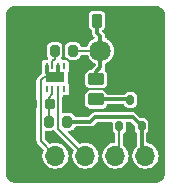
<source format=gbr>
%TF.GenerationSoftware,KiCad,Pcbnew,(5.99.0-10558-ge4ac0fb5a1)*%
%TF.CreationDate,2021-10-01T15:24:51+01:00*%
%TF.ProjectId,vsop-breakout,76736f70-2d62-4726-9561-6b6f75742e6b,rev?*%
%TF.SameCoordinates,Original*%
%TF.FileFunction,Copper,L1,Top*%
%TF.FilePolarity,Positive*%
%FSLAX46Y46*%
G04 Gerber Fmt 4.6, Leading zero omitted, Abs format (unit mm)*
G04 Created by KiCad (PCBNEW (5.99.0-10558-ge4ac0fb5a1)) date 2021-10-01 15:24:51*
%MOMM*%
%LPD*%
G01*
G04 APERTURE LIST*
G04 Aperture macros list*
%AMRoundRect*
0 Rectangle with rounded corners*
0 $1 Rounding radius*
0 $2 $3 $4 $5 $6 $7 $8 $9 X,Y pos of 4 corners*
0 Add a 4 corners polygon primitive as box body*
4,1,4,$2,$3,$4,$5,$6,$7,$8,$9,$2,$3,0*
0 Add four circle primitives for the rounded corners*
1,1,$1+$1,$2,$3*
1,1,$1+$1,$4,$5*
1,1,$1+$1,$6,$7*
1,1,$1+$1,$8,$9*
0 Add four rect primitives between the rounded corners*
20,1,$1+$1,$2,$3,$4,$5,0*
20,1,$1+$1,$4,$5,$6,$7,0*
20,1,$1+$1,$6,$7,$8,$9,0*
20,1,$1+$1,$8,$9,$2,$3,0*%
G04 Aperture macros list end*
%TA.AperFunction,SMDPad,CuDef*%
%ADD10RoundRect,0.225000X0.225000X0.375000X-0.225000X0.375000X-0.225000X-0.375000X0.225000X-0.375000X0*%
%TD*%
%TA.AperFunction,SMDPad,CuDef*%
%ADD11RoundRect,0.249984X-0.439516X0.292516X-0.439516X-0.292516X0.439516X-0.292516X0.439516X0.292516X0*%
%TD*%
%TA.AperFunction,ComponentPad*%
%ADD12C,1.800000*%
%TD*%
%TA.AperFunction,ComponentPad*%
%ADD13RoundRect,0.250200X0.649800X0.649800X-0.649800X0.649800X-0.649800X-0.649800X0.649800X-0.649800X0*%
%TD*%
%TA.AperFunction,ComponentPad*%
%ADD14RoundRect,0.249900X0.600100X-0.600100X0.600100X0.600100X-0.600100X0.600100X-0.600100X-0.600100X0*%
%TD*%
%TA.AperFunction,ComponentPad*%
%ADD15O,1.700000X1.700000*%
%TD*%
%TA.AperFunction,SMDPad,CuDef*%
%ADD16R,0.270000X0.615000*%
%TD*%
%TA.AperFunction,SMDPad,CuDef*%
%ADD17R,1.600000X0.900000*%
%TD*%
%TA.AperFunction,SMDPad,CuDef*%
%ADD18RoundRect,0.205004X0.205496X0.284496X-0.205496X0.284496X-0.205496X-0.284496X0.205496X-0.284496X0*%
%TD*%
%TA.AperFunction,SMDPad,CuDef*%
%ADD19RoundRect,0.205004X-0.205496X-0.284496X0.205496X-0.284496X0.205496X0.284496X-0.205496X0.284496X0*%
%TD*%
%TA.AperFunction,SMDPad,CuDef*%
%ADD20RoundRect,0.152006X0.152494X-0.260994X0.152494X0.260994X-0.152494X0.260994X-0.152494X-0.260994X0*%
%TD*%
%TA.AperFunction,SMDPad,CuDef*%
%ADD21RoundRect,0.205000X0.205000X0.259500X-0.205000X0.259500X-0.205000X-0.259500X0.205000X-0.259500X0*%
%TD*%
%TA.AperFunction,Conductor*%
%ADD22C,0.150000*%
%TD*%
%TA.AperFunction,Conductor*%
%ADD23C,0.300000*%
%TD*%
%TA.AperFunction,Conductor*%
%ADD24C,0.200000*%
%TD*%
G04 APERTURE END LIST*
D10*
%TO.P,D1,2,A*%
%TO.N,Net-(D1-Pad2)*%
X164820000Y-123190000D03*
%TO.P,D1,1,K*%
%TO.N,GND*%
X167920000Y-123190000D03*
%TD*%
D11*
%TO.P,R2,2*%
%TO.N,Net-(Q1-Pad3)*%
X164750000Y-129865000D03*
%TO.P,R2,1*%
%TO.N,Net-(D1-Pad2)*%
X164750000Y-128135000D03*
%TD*%
D12*
%TO.P,D2,2,A*%
%TO.N,Net-(D1-Pad2)*%
X165100000Y-125730000D03*
D13*
%TO.P,D2,1,K*%
%TO.N,GND*%
X167640000Y-125730000D03*
%TD*%
D14*
%TO.P,J1,1,Pin_1*%
%TO.N,GND*%
X158755000Y-134620000D03*
D15*
%TO.P,J1,2,Pin_2*%
%TO.N,~EN*%
X161295000Y-134620000D03*
%TO.P,J1,3,Pin_3*%
%TO.N,/IR_RX*%
X163835000Y-134620000D03*
%TO.P,J1,4,Pin_4*%
%TO.N,/IR_TX*%
X166375000Y-134620000D03*
%TO.P,J1,5,Pin_5*%
%TO.N,VCC*%
X168915000Y-134620000D03*
%TD*%
D16*
%TO.P,U1,1*%
%TO.N,N/C*%
X160540000Y-128957000D03*
%TO.P,U1,2,Vs*%
%TO.N,Net-(C1-Pad1)*%
X161040000Y-128957000D03*
%TO.P,U1,3,OUT*%
%TO.N,/IR_RX*%
X161540000Y-128957000D03*
%TO.P,U1,4*%
%TO.N,N/C*%
X162040000Y-128957000D03*
%TO.P,U1,5*%
X162040000Y-127043000D03*
%TO.P,U1,6,~EN*%
%TO.N,~EN*%
X161540000Y-127043000D03*
%TO.P,U1,7,IN*%
%TO.N,Net-(R3-Pad2)*%
X161040000Y-127043000D03*
%TO.P,U1,8,~EN*%
%TO.N,~EN*%
X160540000Y-127043000D03*
D17*
%TO.P,U1,9,~EN*%
X161290000Y-128000000D03*
%TD*%
D18*
%TO.P,R3,2*%
%TO.N,Net-(R3-Pad2)*%
X161225000Y-125750000D03*
%TO.P,R3,1*%
%TO.N,Net-(D1-Pad2)*%
X162775000Y-125750000D03*
%TD*%
D19*
%TO.P,R1,1*%
%TO.N,Net-(C1-Pad1)*%
X160765000Y-131750000D03*
%TO.P,R1,2*%
%TO.N,VCC*%
X162315000Y-131750000D03*
%TD*%
D20*
%TO.P,Q1,3,D*%
%TO.N,Net-(Q1-Pad3)*%
X167640000Y-129887000D03*
%TO.P,Q1,2,S*%
%TO.N,VCC*%
X168590000Y-132113000D03*
%TO.P,Q1,1,G*%
%TO.N,/IR_TX*%
X166690000Y-132113000D03*
%TD*%
D21*
%TO.P,C1,2*%
%TO.N,GND*%
X159285000Y-130250000D03*
%TO.P,C1,1*%
%TO.N,Net-(C1-Pad1)*%
X160795000Y-130250000D03*
%TD*%
D22*
%TO.N,GND*%
X163750000Y-127900212D02*
X162249788Y-126400000D01*
X163750000Y-129000000D02*
X163750000Y-127900212D01*
X165750000Y-129000000D02*
X163750000Y-129000000D01*
X162249788Y-126400000D02*
X162100000Y-126400000D01*
D23*
%TO.N,VCC*%
X164250000Y-131750000D02*
X162315000Y-131750000D01*
X164649520Y-131350480D02*
X164250000Y-131750000D01*
X167827480Y-131350480D02*
X164649520Y-131350480D01*
X168590000Y-132113000D02*
X167827480Y-131350480D01*
%TO.N,Net-(D1-Pad2)*%
X165100000Y-124520000D02*
X165100000Y-125730000D01*
X164820000Y-124240000D02*
X165100000Y-124520000D01*
X164820000Y-123190000D02*
X164820000Y-124240000D01*
X164750000Y-127500000D02*
X165100000Y-127150000D01*
X164750000Y-128135000D02*
X164750000Y-127500000D01*
X165100000Y-127150000D02*
X165100000Y-125730000D01*
D24*
%TO.N,Net-(R3-Pad2)*%
X161040000Y-126645989D02*
X161040000Y-127043000D01*
X161250000Y-126435989D02*
X161040000Y-126645989D01*
X161250000Y-125775000D02*
X161250000Y-126435989D01*
X161225000Y-125750000D02*
X161250000Y-125775000D01*
%TO.N,Net-(C1-Pad1)*%
X161040000Y-129438620D02*
X161040000Y-128957000D01*
X160750000Y-129728620D02*
X161040000Y-129438620D01*
X160750000Y-130205000D02*
X160750000Y-129728620D01*
X160795000Y-130250000D02*
X160750000Y-130205000D01*
D23*
%TO.N,Net-(Q1-Pad3)*%
X167618000Y-129865000D02*
X167640000Y-129887000D01*
X164750000Y-129865000D02*
X167618000Y-129865000D01*
D24*
%TO.N,Net-(D1-Pad2)*%
X162795000Y-125730000D02*
X162775000Y-125750000D01*
X165100000Y-125730000D02*
X162795000Y-125730000D01*
%TO.N,~EN*%
X160290000Y-128000000D02*
X160040000Y-128250000D01*
X161290000Y-128000000D02*
X160290000Y-128000000D01*
X160040000Y-133365000D02*
X161295000Y-134620000D01*
X160040000Y-128250000D02*
X160040000Y-133365000D01*
%TO.N,/IR_RX*%
X161540000Y-132325000D02*
X161965000Y-132750000D01*
X161540000Y-128957000D02*
X161540000Y-132325000D01*
X161540000Y-132325000D02*
X163835000Y-134620000D01*
%TO.N,Net-(C1-Pad1)*%
X160765000Y-130280000D02*
X160795000Y-130250000D01*
X160765000Y-131750000D02*
X160765000Y-130280000D01*
%TO.N,/IR_TX*%
X166690000Y-132113000D02*
X166690000Y-134305000D01*
X166690000Y-134305000D02*
X166375000Y-134620000D01*
D23*
%TO.N,VCC*%
X168590000Y-132113000D02*
X168590000Y-134295000D01*
X168590000Y-134295000D02*
X168915000Y-134620000D01*
%TO.N,~EN*%
X160889500Y-128000000D02*
X161290000Y-128000000D01*
X160540000Y-127650500D02*
X160889500Y-128000000D01*
X160540000Y-127043000D02*
X160540000Y-127650500D01*
X161540000Y-127750000D02*
X161290000Y-128000000D01*
X161540000Y-127043000D02*
X161540000Y-127750000D01*
%TD*%
%TA.AperFunction,Conductor*%
%TO.N,GND*%
G36*
X169759131Y-121918394D02*
G01*
X169767729Y-121920321D01*
X169794118Y-121920957D01*
X169847281Y-121922238D01*
X169854599Y-121922686D01*
X169880450Y-121925232D01*
X169890061Y-121926657D01*
X170003922Y-121949305D01*
X170013349Y-121951667D01*
X170026534Y-121955667D01*
X170035678Y-121958939D01*
X170142921Y-122003360D01*
X170151699Y-122007511D01*
X170157895Y-122010822D01*
X170163859Y-122014010D01*
X170172182Y-122018998D01*
X170265146Y-122081114D01*
X170268714Y-122083498D01*
X170276498Y-122089271D01*
X170287184Y-122098041D01*
X170294365Y-122104549D01*
X170376446Y-122186630D01*
X170382967Y-122193826D01*
X170391717Y-122204487D01*
X170397502Y-122212286D01*
X170461996Y-122308809D01*
X170466988Y-122317138D01*
X170473484Y-122329290D01*
X170477635Y-122338065D01*
X170497637Y-122386356D01*
X170522061Y-122445322D01*
X170525333Y-122454466D01*
X170529333Y-122467651D01*
X170531695Y-122477078D01*
X170554343Y-122590939D01*
X170555768Y-122600550D01*
X170558314Y-122626401D01*
X170558762Y-122633719D01*
X170559726Y-122673718D01*
X170560679Y-122713271D01*
X170562606Y-122721869D01*
X170565000Y-122743509D01*
X170565000Y-136082491D01*
X170562606Y-136104131D01*
X170560679Y-136112729D01*
X170560562Y-136117596D01*
X170558762Y-136192281D01*
X170558314Y-136199599D01*
X170555768Y-136225450D01*
X170554343Y-136235061D01*
X170531695Y-136348922D01*
X170529333Y-136358349D01*
X170525333Y-136371534D01*
X170522061Y-136380678D01*
X170477635Y-136487935D01*
X170473484Y-136496710D01*
X170466988Y-136508862D01*
X170461997Y-136517189D01*
X170417282Y-136584112D01*
X170397508Y-136613706D01*
X170391717Y-136621513D01*
X170382967Y-136632174D01*
X170376446Y-136639370D01*
X170294365Y-136721451D01*
X170287184Y-136727959D01*
X170276498Y-136736729D01*
X170268716Y-136742501D01*
X170172182Y-136807002D01*
X170163862Y-136811988D01*
X170157895Y-136815178D01*
X170151699Y-136818489D01*
X170142921Y-136822640D01*
X170035678Y-136867061D01*
X170026534Y-136870333D01*
X170013349Y-136874333D01*
X170003922Y-136876695D01*
X169890061Y-136899343D01*
X169880450Y-136900768D01*
X169854599Y-136903314D01*
X169847281Y-136903762D01*
X169794118Y-136905043D01*
X169767729Y-136905679D01*
X169759131Y-136907606D01*
X169737491Y-136910000D01*
X157922509Y-136910000D01*
X157900869Y-136907606D01*
X157892271Y-136905679D01*
X157865882Y-136905043D01*
X157812719Y-136903762D01*
X157805401Y-136903314D01*
X157779550Y-136900768D01*
X157769939Y-136899343D01*
X157656078Y-136876695D01*
X157646651Y-136874333D01*
X157633466Y-136870333D01*
X157624322Y-136867061D01*
X157594124Y-136854553D01*
X157517065Y-136822635D01*
X157508297Y-136818487D01*
X157496138Y-136811988D01*
X157487809Y-136806996D01*
X157391286Y-136742502D01*
X157383487Y-136736717D01*
X157372826Y-136727967D01*
X157365630Y-136721446D01*
X157283549Y-136639365D01*
X157277041Y-136632184D01*
X157268271Y-136621498D01*
X157262498Y-136613714D01*
X157242719Y-136584112D01*
X157197998Y-136517182D01*
X157193006Y-136508852D01*
X157186511Y-136496699D01*
X157182360Y-136487921D01*
X157137939Y-136380678D01*
X157134667Y-136371534D01*
X157130667Y-136358349D01*
X157128305Y-136348922D01*
X157105657Y-136235061D01*
X157104232Y-136225450D01*
X157101686Y-136199599D01*
X157101238Y-136192281D01*
X157099438Y-136117596D01*
X157099321Y-136112729D01*
X157097394Y-136104131D01*
X157095000Y-136082491D01*
X157095000Y-133348254D01*
X159684895Y-133348254D01*
X159685856Y-133356374D01*
X159685856Y-133356377D01*
X159688814Y-133381365D01*
X159689140Y-133386889D01*
X159689164Y-133386887D01*
X159689500Y-133390954D01*
X159689500Y-133395039D01*
X159690170Y-133399065D01*
X159690171Y-133399076D01*
X159692344Y-133412130D01*
X159693001Y-133416742D01*
X159698616Y-133464182D01*
X159701969Y-133471164D01*
X159702395Y-133472513D01*
X159703667Y-133480153D01*
X159707552Y-133487353D01*
X159726352Y-133522197D01*
X159728468Y-133526351D01*
X159737557Y-133545277D01*
X159749148Y-133569414D01*
X159751340Y-133572022D01*
X159752851Y-133573533D01*
X159754306Y-133575120D01*
X159754189Y-133575227D01*
X159756192Y-133577499D01*
X159759100Y-133582888D01*
X159765111Y-133588444D01*
X159765112Y-133588446D01*
X159798746Y-133619537D01*
X159801548Y-133622230D01*
X160260636Y-134081318D01*
X160288413Y-134135835D01*
X160282456Y-134188328D01*
X160272120Y-134213976D01*
X160235025Y-134306021D01*
X160234124Y-134310634D01*
X160234123Y-134310638D01*
X160213616Y-134415650D01*
X160194776Y-134512122D01*
X160194226Y-134722116D01*
X160195104Y-134726738D01*
X160195104Y-134726743D01*
X160220363Y-134859782D01*
X160233395Y-134928425D01*
X160310870Y-135123605D01*
X160313410Y-135127584D01*
X160421316Y-135296639D01*
X160421320Y-135296644D01*
X160423854Y-135300614D01*
X160568272Y-135453064D01*
X160572102Y-135455811D01*
X160572103Y-135455812D01*
X160666270Y-135523354D01*
X160738911Y-135575456D01*
X160743192Y-135577429D01*
X160743191Y-135577429D01*
X160855229Y-135629079D01*
X160929616Y-135663372D01*
X160934183Y-135664498D01*
X160934186Y-135664499D01*
X161031561Y-135688507D01*
X161133505Y-135713641D01*
X161217927Y-135717991D01*
X161338516Y-135724206D01*
X161338521Y-135724206D01*
X161343221Y-135724448D01*
X161347882Y-135723797D01*
X161347885Y-135723797D01*
X161546530Y-135696056D01*
X161546533Y-135696055D01*
X161551197Y-135695404D01*
X161555661Y-135693880D01*
X161745469Y-135629079D01*
X161745472Y-135629078D01*
X161749929Y-135627556D01*
X161932246Y-135523354D01*
X162091569Y-135386556D01*
X162222150Y-135222098D01*
X162319277Y-135035916D01*
X162379446Y-134834726D01*
X162400485Y-134625788D01*
X162400500Y-134620000D01*
X162380555Y-134410955D01*
X162321441Y-134209453D01*
X162283526Y-134135835D01*
X162227447Y-134026952D01*
X162225290Y-134022764D01*
X162095572Y-133857626D01*
X162092016Y-133854540D01*
X162092012Y-133854536D01*
X161940527Y-133723084D01*
X161940526Y-133723083D01*
X161936967Y-133719995D01*
X161755198Y-133614839D01*
X161690647Y-133592423D01*
X161561270Y-133547495D01*
X161561264Y-133547494D01*
X161556825Y-133545952D01*
X161349003Y-133515820D01*
X161224289Y-133521592D01*
X161143942Y-133525311D01*
X161143941Y-133525311D01*
X161139234Y-133525529D01*
X160935084Y-133574729D01*
X160930794Y-133576680D01*
X160930790Y-133576681D01*
X160867157Y-133605613D01*
X160806359Y-133612486D01*
X160756177Y-133585495D01*
X160419496Y-133248814D01*
X160391719Y-133194297D01*
X160390500Y-133178810D01*
X160390500Y-132586892D01*
X160409407Y-132528701D01*
X160458907Y-132492737D01*
X160500751Y-132488533D01*
X160502425Y-132488725D01*
X160507928Y-132490000D01*
X161003754Y-132490000D01*
X161042014Y-132484248D01*
X161098582Y-132475744D01*
X161098584Y-132475743D01*
X161105903Y-132474643D01*
X161112575Y-132471439D01*
X161119648Y-132469263D01*
X161120101Y-132470735D01*
X161172330Y-132463719D01*
X161226177Y-132492772D01*
X161243790Y-132518256D01*
X161246451Y-132523799D01*
X161246454Y-132523803D01*
X161249148Y-132529414D01*
X161251340Y-132532022D01*
X161252851Y-132533533D01*
X161254306Y-132535120D01*
X161254189Y-132535227D01*
X161256192Y-132537499D01*
X161259100Y-132542888D01*
X161265111Y-132548444D01*
X161265112Y-132548446D01*
X161298746Y-132579537D01*
X161301548Y-132582230D01*
X162800636Y-134081318D01*
X162828413Y-134135835D01*
X162822456Y-134188328D01*
X162812120Y-134213976D01*
X162775025Y-134306021D01*
X162774124Y-134310634D01*
X162774123Y-134310638D01*
X162753616Y-134415650D01*
X162734776Y-134512122D01*
X162734226Y-134722116D01*
X162735104Y-134726738D01*
X162735104Y-134726743D01*
X162760363Y-134859782D01*
X162773395Y-134928425D01*
X162850870Y-135123605D01*
X162853410Y-135127584D01*
X162961316Y-135296639D01*
X162961320Y-135296644D01*
X162963854Y-135300614D01*
X163108272Y-135453064D01*
X163112102Y-135455811D01*
X163112103Y-135455812D01*
X163206270Y-135523354D01*
X163278911Y-135575456D01*
X163283192Y-135577429D01*
X163283191Y-135577429D01*
X163395229Y-135629079D01*
X163469616Y-135663372D01*
X163474183Y-135664498D01*
X163474186Y-135664499D01*
X163571561Y-135688507D01*
X163673505Y-135713641D01*
X163757927Y-135717991D01*
X163878516Y-135724206D01*
X163878521Y-135724206D01*
X163883221Y-135724448D01*
X163887882Y-135723797D01*
X163887885Y-135723797D01*
X164086530Y-135696056D01*
X164086533Y-135696055D01*
X164091197Y-135695404D01*
X164095661Y-135693880D01*
X164285469Y-135629079D01*
X164285472Y-135629078D01*
X164289929Y-135627556D01*
X164472246Y-135523354D01*
X164631569Y-135386556D01*
X164762150Y-135222098D01*
X164859277Y-135035916D01*
X164919446Y-134834726D01*
X164940485Y-134625788D01*
X164940500Y-134620000D01*
X164920555Y-134410955D01*
X164861441Y-134209453D01*
X164823526Y-134135835D01*
X164767447Y-134026952D01*
X164765290Y-134022764D01*
X164635572Y-133857626D01*
X164632016Y-133854540D01*
X164632012Y-133854536D01*
X164480527Y-133723084D01*
X164480526Y-133723083D01*
X164476967Y-133719995D01*
X164295198Y-133614839D01*
X164230647Y-133592423D01*
X164101270Y-133547495D01*
X164101264Y-133547494D01*
X164096825Y-133545952D01*
X163889003Y-133515820D01*
X163764289Y-133521592D01*
X163683942Y-133525311D01*
X163683941Y-133525311D01*
X163679234Y-133525529D01*
X163475084Y-133574729D01*
X163470794Y-133576680D01*
X163470790Y-133576681D01*
X163407157Y-133605613D01*
X163346359Y-133612486D01*
X163296177Y-133585495D01*
X162369686Y-132659004D01*
X162341909Y-132604487D01*
X162351480Y-132544055D01*
X162394745Y-132500790D01*
X162439690Y-132490000D01*
X162553754Y-132490000D01*
X162592014Y-132484248D01*
X162648582Y-132475744D01*
X162648584Y-132475743D01*
X162655903Y-132474643D01*
X162662574Y-132471440D01*
X162662576Y-132471439D01*
X162772670Y-132418572D01*
X162779338Y-132415370D01*
X162879887Y-132322423D01*
X162948662Y-132204019D01*
X162950497Y-132205085D01*
X162982896Y-132165915D01*
X163035948Y-132150500D01*
X164186521Y-132150500D01*
X164186551Y-132150502D01*
X164186566Y-132150507D01*
X164313434Y-132150507D01*
X164336375Y-132143053D01*
X164351476Y-132139428D01*
X164358199Y-132138363D01*
X164375306Y-132135653D01*
X164396796Y-132124703D01*
X164411145Y-132118759D01*
X164434093Y-132111303D01*
X164453610Y-132097123D01*
X164466849Y-132089009D01*
X164488347Y-132078056D01*
X164578056Y-131988347D01*
X164578063Y-131988332D01*
X164578084Y-131988308D01*
X164786416Y-131779976D01*
X164840933Y-131752199D01*
X164856420Y-131750980D01*
X166036000Y-131750980D01*
X166094191Y-131769887D01*
X166130155Y-131819387D01*
X166135000Y-131849980D01*
X166135000Y-132405562D01*
X166135609Y-132409406D01*
X166135609Y-132409408D01*
X166148287Y-132489450D01*
X166149945Y-132499920D01*
X166153481Y-132506859D01*
X166153481Y-132506860D01*
X166190512Y-132579537D01*
X166207827Y-132613520D01*
X166297980Y-132703673D01*
X166300249Y-132704829D01*
X166334654Y-132752182D01*
X166339500Y-132782776D01*
X166339500Y-133425439D01*
X166320593Y-133483630D01*
X166271093Y-133519594D01*
X166245077Y-133524333D01*
X166240177Y-133524560D01*
X166223942Y-133525311D01*
X166223941Y-133525311D01*
X166219234Y-133525529D01*
X166015084Y-133574729D01*
X165823922Y-133661646D01*
X165652644Y-133783142D01*
X165507430Y-133934834D01*
X165393520Y-134111249D01*
X165315025Y-134306021D01*
X165314124Y-134310634D01*
X165314123Y-134310638D01*
X165293616Y-134415650D01*
X165274776Y-134512122D01*
X165274226Y-134722116D01*
X165275104Y-134726738D01*
X165275104Y-134726743D01*
X165300363Y-134859782D01*
X165313395Y-134928425D01*
X165390870Y-135123605D01*
X165393410Y-135127584D01*
X165501316Y-135296639D01*
X165501320Y-135296644D01*
X165503854Y-135300614D01*
X165648272Y-135453064D01*
X165652102Y-135455811D01*
X165652103Y-135455812D01*
X165746270Y-135523354D01*
X165818911Y-135575456D01*
X165823192Y-135577429D01*
X165823191Y-135577429D01*
X165935229Y-135629079D01*
X166009616Y-135663372D01*
X166014183Y-135664498D01*
X166014186Y-135664499D01*
X166111561Y-135688507D01*
X166213505Y-135713641D01*
X166297927Y-135717991D01*
X166418516Y-135724206D01*
X166418521Y-135724206D01*
X166423221Y-135724448D01*
X166427882Y-135723797D01*
X166427885Y-135723797D01*
X166626530Y-135696056D01*
X166626533Y-135696055D01*
X166631197Y-135695404D01*
X166635661Y-135693880D01*
X166825469Y-135629079D01*
X166825472Y-135629078D01*
X166829929Y-135627556D01*
X167012246Y-135523354D01*
X167171569Y-135386556D01*
X167302150Y-135222098D01*
X167399277Y-135035916D01*
X167459446Y-134834726D01*
X167480485Y-134625788D01*
X167480500Y-134620000D01*
X167460555Y-134410955D01*
X167401441Y-134209453D01*
X167363526Y-134135835D01*
X167307447Y-134026952D01*
X167305290Y-134022764D01*
X167175572Y-133857626D01*
X167074615Y-133770019D01*
X167043057Y-133717601D01*
X167040500Y-133695247D01*
X167040500Y-132782776D01*
X167059407Y-132724585D01*
X167078554Y-132705439D01*
X167082020Y-132703673D01*
X167172173Y-132613520D01*
X167189489Y-132579537D01*
X167226519Y-132506860D01*
X167226519Y-132506859D01*
X167230055Y-132499920D01*
X167231714Y-132489450D01*
X167244391Y-132409408D01*
X167244391Y-132409406D01*
X167245000Y-132405562D01*
X167245000Y-131849980D01*
X167263907Y-131791789D01*
X167313407Y-131755825D01*
X167344000Y-131750980D01*
X167620580Y-131750980D01*
X167678771Y-131769887D01*
X167690584Y-131779976D01*
X168006004Y-132095396D01*
X168033781Y-132149913D01*
X168035000Y-132165400D01*
X168035000Y-132405562D01*
X168035609Y-132409406D01*
X168035609Y-132409408D01*
X168048287Y-132489450D01*
X168049945Y-132499920D01*
X168053481Y-132506859D01*
X168053481Y-132506860D01*
X168090512Y-132579537D01*
X168107827Y-132613520D01*
X168160504Y-132666197D01*
X168188281Y-132720714D01*
X168189500Y-132736201D01*
X168189500Y-133746678D01*
X168170593Y-133804869D01*
X168162014Y-133815138D01*
X168047430Y-133934834D01*
X167933520Y-134111249D01*
X167855025Y-134306021D01*
X167854124Y-134310634D01*
X167854123Y-134310638D01*
X167833616Y-134415650D01*
X167814776Y-134512122D01*
X167814226Y-134722116D01*
X167815104Y-134726738D01*
X167815104Y-134726743D01*
X167840363Y-134859782D01*
X167853395Y-134928425D01*
X167930870Y-135123605D01*
X167933410Y-135127584D01*
X168041316Y-135296639D01*
X168041320Y-135296644D01*
X168043854Y-135300614D01*
X168188272Y-135453064D01*
X168192102Y-135455811D01*
X168192103Y-135455812D01*
X168286270Y-135523354D01*
X168358911Y-135575456D01*
X168363192Y-135577429D01*
X168363191Y-135577429D01*
X168475229Y-135629079D01*
X168549616Y-135663372D01*
X168554183Y-135664498D01*
X168554186Y-135664499D01*
X168651561Y-135688507D01*
X168753505Y-135713641D01*
X168837927Y-135717991D01*
X168958516Y-135724206D01*
X168958521Y-135724206D01*
X168963221Y-135724448D01*
X168967882Y-135723797D01*
X168967885Y-135723797D01*
X169166530Y-135696056D01*
X169166533Y-135696055D01*
X169171197Y-135695404D01*
X169175661Y-135693880D01*
X169365469Y-135629079D01*
X169365472Y-135629078D01*
X169369929Y-135627556D01*
X169552246Y-135523354D01*
X169711569Y-135386556D01*
X169842150Y-135222098D01*
X169939277Y-135035916D01*
X169999446Y-134834726D01*
X170020485Y-134625788D01*
X170020500Y-134620000D01*
X170000555Y-134410955D01*
X169941441Y-134209453D01*
X169903526Y-134135835D01*
X169847447Y-134026952D01*
X169845290Y-134022764D01*
X169715572Y-133857626D01*
X169712016Y-133854540D01*
X169712012Y-133854536D01*
X169560527Y-133723084D01*
X169560526Y-133723083D01*
X169556967Y-133719995D01*
X169375198Y-133614839D01*
X169310647Y-133592423D01*
X169181270Y-133547495D01*
X169181264Y-133547494D01*
X169176825Y-133545952D01*
X169172171Y-133545277D01*
X169172170Y-133545277D01*
X169075294Y-133531231D01*
X169020419Y-133504169D01*
X168991930Y-133450021D01*
X168990500Y-133433255D01*
X168990500Y-132736201D01*
X169009407Y-132678010D01*
X169019496Y-132666197D01*
X169072173Y-132613520D01*
X169089489Y-132579537D01*
X169126519Y-132506860D01*
X169126519Y-132506859D01*
X169130055Y-132499920D01*
X169131714Y-132489450D01*
X169144391Y-132409408D01*
X169144391Y-132409406D01*
X169145000Y-132405562D01*
X169145000Y-131820438D01*
X169144391Y-131816592D01*
X169131274Y-131733775D01*
X169131274Y-131733774D01*
X169130055Y-131726080D01*
X169072173Y-131612480D01*
X168982020Y-131522327D01*
X168975083Y-131518792D01*
X168975081Y-131518791D01*
X168875360Y-131467981D01*
X168875359Y-131467981D01*
X168868420Y-131464445D01*
X168860726Y-131463226D01*
X168860725Y-131463226D01*
X168777908Y-131450109D01*
X168777906Y-131450109D01*
X168774062Y-131449500D01*
X168533900Y-131449500D01*
X168475709Y-131430593D01*
X168463896Y-131420504D01*
X168155564Y-131112172D01*
X168155543Y-131112148D01*
X168155536Y-131112133D01*
X168065827Y-131022424D01*
X168044329Y-131011471D01*
X168031088Y-131003356D01*
X168017878Y-130993758D01*
X168011573Y-130989177D01*
X167988625Y-130981721D01*
X167974274Y-130975776D01*
X167952786Y-130964827D01*
X167935679Y-130962117D01*
X167928956Y-130961052D01*
X167913857Y-130957427D01*
X167898322Y-130952380D01*
X167898323Y-130952380D01*
X167890914Y-130949973D01*
X167764046Y-130949973D01*
X167764031Y-130949978D01*
X167764001Y-130949980D01*
X164713005Y-130949980D01*
X164712971Y-130949977D01*
X164712954Y-130949972D01*
X164586086Y-130949972D01*
X164578679Y-130952379D01*
X164578677Y-130952379D01*
X164563137Y-130957428D01*
X164548034Y-130961054D01*
X164543505Y-130961772D01*
X164524214Y-130964827D01*
X164517276Y-130968362D01*
X164502721Y-130975778D01*
X164488372Y-130981721D01*
X164465427Y-130989177D01*
X164445912Y-131003356D01*
X164432671Y-131011471D01*
X164411173Y-131022424D01*
X164321464Y-131112133D01*
X164321457Y-131112148D01*
X164321436Y-131112172D01*
X164113104Y-131320504D01*
X164058587Y-131348281D01*
X164043100Y-131349500D01*
X163032244Y-131349500D01*
X162974053Y-131330593D01*
X162943000Y-131293355D01*
X162904572Y-131213330D01*
X162901370Y-131206662D01*
X162808423Y-131106113D01*
X162802027Y-131102398D01*
X162802026Y-131102397D01*
X162696420Y-131041056D01*
X162690019Y-131037338D01*
X162610427Y-131018890D01*
X162577574Y-131011275D01*
X162577572Y-131011275D01*
X162572072Y-131010000D01*
X162076246Y-131010000D01*
X162004217Y-131020829D01*
X161943864Y-131010783D01*
X161900940Y-130967180D01*
X161890500Y-130922929D01*
X161890500Y-129619000D01*
X161909407Y-129560809D01*
X161958907Y-129524845D01*
X161989500Y-129520000D01*
X162175000Y-129520000D01*
X162272776Y-129500551D01*
X162314934Y-129472382D01*
X162347556Y-129450585D01*
X162355666Y-129445166D01*
X162411051Y-129362276D01*
X162430500Y-129264500D01*
X162430500Y-128649500D01*
X162411051Y-128551724D01*
X162362184Y-128478589D01*
X162345500Y-128423588D01*
X162345500Y-127576412D01*
X162362184Y-127521411D01*
X162372758Y-127505586D01*
X162411051Y-127448276D01*
X162430500Y-127350500D01*
X162430500Y-126735500D01*
X162411051Y-126637724D01*
X162405634Y-126629617D01*
X162403373Y-126624158D01*
X162398572Y-126563161D01*
X162430542Y-126510992D01*
X162487070Y-126487577D01*
X162506715Y-126489048D01*
X162506825Y-126488084D01*
X162512426Y-126488725D01*
X162517928Y-126490000D01*
X163013754Y-126490000D01*
X163056318Y-126483601D01*
X163108582Y-126475744D01*
X163108584Y-126475743D01*
X163115903Y-126474643D01*
X163122574Y-126471440D01*
X163122576Y-126471439D01*
X163232670Y-126418572D01*
X163239338Y-126415370D01*
X163339887Y-126322423D01*
X163343604Y-126316025D01*
X163404944Y-126210420D01*
X163408662Y-126204019D01*
X163410333Y-126196809D01*
X163410334Y-126196807D01*
X163419526Y-126157147D01*
X163451084Y-126104728D01*
X163507425Y-126080869D01*
X163515969Y-126080500D01*
X163931170Y-126080500D01*
X163989361Y-126099407D01*
X164021076Y-126138052D01*
X164099308Y-126307750D01*
X164221351Y-126480437D01*
X164372820Y-126627992D01*
X164376595Y-126630514D01*
X164376597Y-126630516D01*
X164449717Y-126679373D01*
X164548643Y-126745473D01*
X164552810Y-126747263D01*
X164552815Y-126747266D01*
X164639580Y-126784543D01*
X164685581Y-126824885D01*
X164699500Y-126875503D01*
X164699500Y-126943100D01*
X164680593Y-127001291D01*
X164670504Y-127013104D01*
X164511692Y-127171916D01*
X164511668Y-127171937D01*
X164511653Y-127171944D01*
X164421944Y-127261653D01*
X164410991Y-127283151D01*
X164402871Y-127296399D01*
X164399382Y-127301200D01*
X164349878Y-127337158D01*
X164319296Y-127342000D01*
X164275571Y-127342000D01*
X164272080Y-127342500D01*
X164272079Y-127342500D01*
X164250140Y-127345642D01*
X164168611Y-127357318D01*
X164162188Y-127360238D01*
X164162189Y-127360238D01*
X164100367Y-127388347D01*
X164038144Y-127416638D01*
X163929570Y-127510191D01*
X163851617Y-127630458D01*
X163810552Y-127767769D01*
X163810000Y-127775197D01*
X163810000Y-128462429D01*
X163825318Y-128569389D01*
X163884638Y-128699856D01*
X163978191Y-128808430D01*
X164098458Y-128886383D01*
X164105216Y-128888404D01*
X164105218Y-128888405D01*
X164154349Y-128903098D01*
X164204683Y-128937886D01*
X164224956Y-128995615D01*
X164207424Y-129054235D01*
X164166959Y-129088069D01*
X164110770Y-129113617D01*
X164038144Y-129146638D01*
X163929570Y-129240191D01*
X163851617Y-129360458D01*
X163849596Y-129367216D01*
X163849595Y-129367218D01*
X163836667Y-129410446D01*
X163810552Y-129497769D01*
X163810000Y-129505197D01*
X163810000Y-130192429D01*
X163825318Y-130299389D01*
X163884638Y-130429856D01*
X163978191Y-130538430D01*
X164098458Y-130616383D01*
X164105216Y-130618404D01*
X164105218Y-130618405D01*
X164176631Y-130639762D01*
X164235769Y-130657448D01*
X164241115Y-130657845D01*
X164241119Y-130657846D01*
X164241253Y-130657856D01*
X164243197Y-130658000D01*
X165224429Y-130658000D01*
X165227920Y-130657500D01*
X165227921Y-130657500D01*
X165260082Y-130652894D01*
X165331389Y-130642682D01*
X165461856Y-130583362D01*
X165570430Y-130489809D01*
X165648383Y-130369542D01*
X165658374Y-130336134D01*
X165693161Y-130285801D01*
X165753223Y-130265500D01*
X167034987Y-130265500D01*
X167093178Y-130284407D01*
X167123197Y-130319555D01*
X167151684Y-130375463D01*
X167157827Y-130387520D01*
X167247980Y-130477673D01*
X167254917Y-130481208D01*
X167254919Y-130481209D01*
X167354640Y-130532019D01*
X167361580Y-130535555D01*
X167369274Y-130536774D01*
X167369275Y-130536774D01*
X167452092Y-130549891D01*
X167452094Y-130549891D01*
X167455938Y-130550500D01*
X167824062Y-130550500D01*
X167827906Y-130549891D01*
X167827908Y-130549891D01*
X167910725Y-130536774D01*
X167910726Y-130536774D01*
X167918420Y-130535555D01*
X167925360Y-130532019D01*
X168025081Y-130481209D01*
X168025083Y-130481208D01*
X168032020Y-130477673D01*
X168122173Y-130387520D01*
X168128317Y-130375463D01*
X168176519Y-130280860D01*
X168176519Y-130280859D01*
X168180055Y-130273920D01*
X168195000Y-130179562D01*
X168195000Y-129594438D01*
X168189127Y-129557357D01*
X168181274Y-129507775D01*
X168181274Y-129507774D01*
X168180055Y-129500080D01*
X168161926Y-129464500D01*
X168125709Y-129393419D01*
X168125708Y-129393417D01*
X168122173Y-129386480D01*
X168032020Y-129296327D01*
X168025083Y-129292792D01*
X168025081Y-129292791D01*
X167925360Y-129241981D01*
X167925359Y-129241981D01*
X167918420Y-129238445D01*
X167910726Y-129237226D01*
X167910725Y-129237226D01*
X167827908Y-129224109D01*
X167827906Y-129224109D01*
X167824062Y-129223500D01*
X167455938Y-129223500D01*
X167452094Y-129224109D01*
X167452092Y-129224109D01*
X167369275Y-129237226D01*
X167369274Y-129237226D01*
X167361580Y-129238445D01*
X167354641Y-129241981D01*
X167354640Y-129241981D01*
X167254919Y-129292791D01*
X167254917Y-129292792D01*
X167247980Y-129296327D01*
X167157827Y-129386480D01*
X167154292Y-129393418D01*
X167154289Y-129393422D01*
X167145615Y-129410446D01*
X167102350Y-129453710D01*
X167057406Y-129464500D01*
X165753830Y-129464500D01*
X165695639Y-129445593D01*
X165663708Y-129406476D01*
X165657772Y-129393419D01*
X165615362Y-129300144D01*
X165521809Y-129191570D01*
X165401542Y-129113617D01*
X165394784Y-129111596D01*
X165394782Y-129111595D01*
X165345651Y-129096902D01*
X165295317Y-129062114D01*
X165275044Y-129004385D01*
X165292576Y-128945765D01*
X165333041Y-128911931D01*
X165455432Y-128856283D01*
X165455433Y-128856282D01*
X165461856Y-128853362D01*
X165570430Y-128759809D01*
X165648383Y-128639542D01*
X165689448Y-128502231D01*
X165690000Y-128494803D01*
X165690000Y-127807571D01*
X165674682Y-127700611D01*
X165615362Y-127570144D01*
X165521809Y-127461570D01*
X165501336Y-127448300D01*
X165462789Y-127400784D01*
X165459534Y-127339685D01*
X165461636Y-127334200D01*
X165461303Y-127334092D01*
X165468759Y-127311147D01*
X165474702Y-127296799D01*
X165482118Y-127282244D01*
X165485653Y-127275306D01*
X165489426Y-127251486D01*
X165493052Y-127236383D01*
X165498101Y-127220843D01*
X165498101Y-127220841D01*
X165500508Y-127213434D01*
X165500508Y-127086566D01*
X165500503Y-127086549D01*
X165500500Y-127086515D01*
X165500500Y-126880131D01*
X165519407Y-126821940D01*
X165562210Y-126790410D01*
X165561541Y-126788906D01*
X165565684Y-126787062D01*
X165569984Y-126785602D01*
X165754482Y-126682278D01*
X165917062Y-126547062D01*
X166052278Y-126384482D01*
X166149758Y-126210420D01*
X166153384Y-126203945D01*
X166153385Y-126203943D01*
X166155602Y-126199984D01*
X166196161Y-126080500D01*
X166222113Y-126004048D01*
X166222114Y-126004045D01*
X166223573Y-125999746D01*
X166253916Y-125790474D01*
X166255500Y-125730000D01*
X166236151Y-125519427D01*
X166178752Y-125315906D01*
X166176743Y-125311832D01*
X166087237Y-125130330D01*
X166087235Y-125130326D01*
X166085226Y-125126253D01*
X165958704Y-124956820D01*
X165803424Y-124813280D01*
X165771056Y-124792857D01*
X165628423Y-124702863D01*
X165624586Y-124700442D01*
X165562815Y-124675798D01*
X165515773Y-124636674D01*
X165500500Y-124583846D01*
X165500500Y-124583485D01*
X165500503Y-124583451D01*
X165500508Y-124583434D01*
X165500508Y-124456566D01*
X165496298Y-124443608D01*
X165493052Y-124433617D01*
X165489426Y-124418514D01*
X165486871Y-124402386D01*
X165485653Y-124394694D01*
X165474702Y-124373201D01*
X165468759Y-124358853D01*
X165463709Y-124343313D01*
X165461303Y-124335907D01*
X165447123Y-124316390D01*
X165439009Y-124303151D01*
X165428056Y-124281653D01*
X165338347Y-124191944D01*
X165338332Y-124191937D01*
X165338308Y-124191916D01*
X165275745Y-124129353D01*
X165247968Y-124074836D01*
X165257539Y-124014404D01*
X165292408Y-123975948D01*
X165297462Y-123972716D01*
X165303879Y-123969798D01*
X165407087Y-123880869D01*
X165481187Y-123766547D01*
X165520222Y-123636022D01*
X165520500Y-123632281D01*
X165520500Y-122780088D01*
X165506186Y-122680140D01*
X165449798Y-122556121D01*
X165360869Y-122452913D01*
X165246547Y-122378813D01*
X165116022Y-122339778D01*
X165112281Y-122339500D01*
X164560088Y-122339500D01*
X164556597Y-122340000D01*
X164556596Y-122340000D01*
X164526772Y-122344271D01*
X164460140Y-122353814D01*
X164453717Y-122356734D01*
X164453718Y-122356734D01*
X164388568Y-122386356D01*
X164336121Y-122410202D01*
X164232913Y-122499131D01*
X164158813Y-122613453D01*
X164119778Y-122743978D01*
X164119500Y-122747719D01*
X164119500Y-123599912D01*
X164133814Y-123699860D01*
X164190202Y-123823879D01*
X164279131Y-123927087D01*
X164285051Y-123930924D01*
X164374347Y-123988803D01*
X164412893Y-124036319D01*
X164419500Y-124071878D01*
X164419500Y-124176521D01*
X164419498Y-124176551D01*
X164419493Y-124176566D01*
X164419493Y-124303434D01*
X164421900Y-124310842D01*
X164426947Y-124326377D01*
X164430572Y-124341476D01*
X164434347Y-124365306D01*
X164437886Y-124372251D01*
X164445296Y-124386794D01*
X164451241Y-124401145D01*
X164458697Y-124424093D01*
X164463278Y-124430398D01*
X164472876Y-124443608D01*
X164480991Y-124456849D01*
X164491944Y-124478347D01*
X164574057Y-124560460D01*
X164601834Y-124614977D01*
X164592263Y-124675409D01*
X164554672Y-124715544D01*
X164420814Y-124795181D01*
X164417399Y-124798176D01*
X164417396Y-124798178D01*
X164402935Y-124810860D01*
X164261830Y-124934606D01*
X164130916Y-125100670D01*
X164128803Y-125104685D01*
X164128803Y-125104686D01*
X164075151Y-125206662D01*
X164032457Y-125287809D01*
X164031111Y-125292144D01*
X164025611Y-125309856D01*
X163990299Y-125359823D01*
X163931064Y-125379500D01*
X163506650Y-125379500D01*
X163448459Y-125360593D01*
X163417406Y-125323355D01*
X163364572Y-125213330D01*
X163361370Y-125206662D01*
X163268423Y-125106113D01*
X163262027Y-125102398D01*
X163262026Y-125102397D01*
X163156420Y-125041056D01*
X163150019Y-125037338D01*
X163080771Y-125021288D01*
X163037574Y-125011275D01*
X163037572Y-125011275D01*
X163032072Y-125010000D01*
X162536246Y-125010000D01*
X162499436Y-125015534D01*
X162441418Y-125024256D01*
X162441416Y-125024257D01*
X162434097Y-125025357D01*
X162427426Y-125028560D01*
X162427424Y-125028561D01*
X162401404Y-125041056D01*
X162310662Y-125084630D01*
X162210113Y-125177577D01*
X162141338Y-125295981D01*
X162114000Y-125413928D01*
X162114000Y-126067754D01*
X162114550Y-126071411D01*
X162124569Y-126138052D01*
X162129357Y-126169903D01*
X162132560Y-126176574D01*
X162132561Y-126176576D01*
X162145704Y-126203945D01*
X162188630Y-126293338D01*
X162205376Y-126311454D01*
X162207544Y-126313799D01*
X162233160Y-126369364D01*
X162221223Y-126429373D01*
X162176293Y-126470906D01*
X162134846Y-126480000D01*
X161905000Y-126480000D01*
X161900236Y-126480948D01*
X161900232Y-126480948D01*
X161882628Y-126484450D01*
X161821867Y-126477260D01*
X161776936Y-126435728D01*
X161764998Y-126375719D01*
X161785696Y-126326298D01*
X161789887Y-126322423D01*
X161858662Y-126204019D01*
X161886000Y-126086072D01*
X161886000Y-125432246D01*
X161870643Y-125330097D01*
X161861873Y-125311832D01*
X161814572Y-125213330D01*
X161811370Y-125206662D01*
X161718423Y-125106113D01*
X161712027Y-125102398D01*
X161712026Y-125102397D01*
X161606420Y-125041056D01*
X161600019Y-125037338D01*
X161530771Y-125021288D01*
X161487574Y-125011275D01*
X161487572Y-125011275D01*
X161482072Y-125010000D01*
X160986246Y-125010000D01*
X160949436Y-125015534D01*
X160891418Y-125024256D01*
X160891416Y-125024257D01*
X160884097Y-125025357D01*
X160877426Y-125028560D01*
X160877424Y-125028561D01*
X160851404Y-125041056D01*
X160760662Y-125084630D01*
X160660113Y-125177577D01*
X160591338Y-125295981D01*
X160564000Y-125413928D01*
X160564000Y-126067754D01*
X160564550Y-126071411D01*
X160574569Y-126138052D01*
X160579357Y-126169903D01*
X160582560Y-126176574D01*
X160582561Y-126176576D01*
X160595704Y-126203945D01*
X160638630Y-126293338D01*
X160655376Y-126311454D01*
X160657544Y-126313799D01*
X160683160Y-126369364D01*
X160671223Y-126429373D01*
X160626293Y-126470906D01*
X160584846Y-126480000D01*
X160405000Y-126480000D01*
X160307224Y-126499449D01*
X160224334Y-126554834D01*
X160168949Y-126637724D01*
X160149500Y-126735500D01*
X160149500Y-126940505D01*
X160148281Y-126955992D01*
X160139500Y-127011432D01*
X160139500Y-127587021D01*
X160139498Y-127587051D01*
X160139493Y-127587066D01*
X160139493Y-127621349D01*
X160120586Y-127679540D01*
X160094194Y-127704518D01*
X160091194Y-127706455D01*
X160085586Y-127709148D01*
X160082978Y-127711340D01*
X160081470Y-127712848D01*
X160079880Y-127714306D01*
X160079773Y-127714189D01*
X160077501Y-127716192D01*
X160072112Y-127719100D01*
X160066556Y-127725111D01*
X160066554Y-127725112D01*
X160035463Y-127758746D01*
X160032770Y-127761548D01*
X159826572Y-127967746D01*
X159810271Y-127980909D01*
X159800744Y-127987061D01*
X159795678Y-127993487D01*
X159795676Y-127993489D01*
X159780102Y-128013244D01*
X159776430Y-128017377D01*
X159776448Y-128017392D01*
X159773797Y-128020521D01*
X159770918Y-128023400D01*
X159768549Y-128026716D01*
X159768545Y-128026720D01*
X159760841Y-128037501D01*
X159758057Y-128041210D01*
X159728473Y-128078737D01*
X159725905Y-128086048D01*
X159725257Y-128087296D01*
X159720751Y-128093602D01*
X159718408Y-128101438D01*
X159707065Y-128139368D01*
X159705622Y-128143808D01*
X159689794Y-128188879D01*
X159689500Y-128192273D01*
X159689500Y-128194412D01*
X159689408Y-128196545D01*
X159689249Y-128196538D01*
X159689058Y-128199580D01*
X159687304Y-128205444D01*
X159687625Y-128213618D01*
X159687625Y-128213619D01*
X159689424Y-128259414D01*
X159689500Y-128263300D01*
X159689500Y-133316326D01*
X159687282Y-133337162D01*
X159686617Y-133340252D01*
X159686617Y-133340256D01*
X159684895Y-133348254D01*
X157095000Y-133348254D01*
X157095000Y-122743509D01*
X157097394Y-122721869D01*
X157099321Y-122713271D01*
X157100274Y-122673718D01*
X157101238Y-122633719D01*
X157101686Y-122626401D01*
X157104232Y-122600550D01*
X157105657Y-122590939D01*
X157128305Y-122477078D01*
X157130667Y-122467651D01*
X157134667Y-122454466D01*
X157137939Y-122445322D01*
X157182360Y-122338079D01*
X157186511Y-122329301D01*
X157193006Y-122317148D01*
X157197998Y-122308818D01*
X157262499Y-122212284D01*
X157268271Y-122204502D01*
X157277041Y-122193816D01*
X157283549Y-122186635D01*
X157365630Y-122104554D01*
X157372826Y-122098033D01*
X157383487Y-122089283D01*
X157391287Y-122083497D01*
X157487811Y-122019003D01*
X157496138Y-122014012D01*
X157500245Y-122011816D01*
X157508297Y-122007513D01*
X157517065Y-122003365D01*
X157594124Y-121971447D01*
X157624322Y-121958939D01*
X157633466Y-121955667D01*
X157646651Y-121951667D01*
X157656078Y-121949305D01*
X157769939Y-121926657D01*
X157779550Y-121925232D01*
X157805401Y-121922686D01*
X157812719Y-121922238D01*
X157865882Y-121920957D01*
X157892271Y-121920321D01*
X157900869Y-121918394D01*
X157922509Y-121916000D01*
X169737491Y-121916000D01*
X169759131Y-121918394D01*
G37*
%TD.AperFunction*%
%TD*%
M02*

</source>
